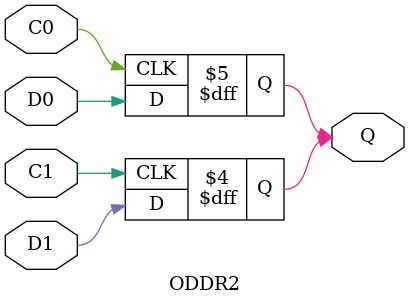
<source format=v>
module ODDR2(Q,D0,D1,C0,C1);
input D0,D1,C0,C1;
output Q;
reg Q;
initial Q=0;
always @(posedge C0) Q=D0;
always @(posedge C1) Q=D1;
endmodule
</source>
